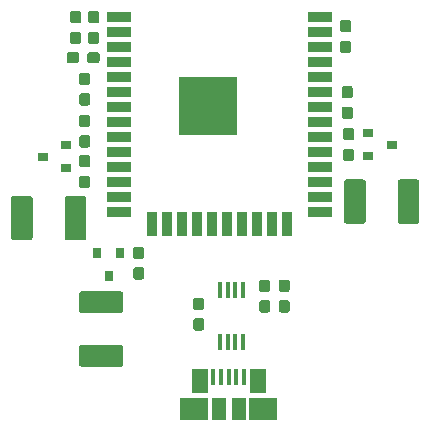
<source format=gbr>
G04 #@! TF.GenerationSoftware,KiCad,Pcbnew,(5.1.5)-3*
G04 #@! TF.CreationDate,2020-08-30T19:55:31+02:00*
G04 #@! TF.ProjectId,Drone_PCB,44726f6e-655f-4504-9342-2e6b69636164,rev?*
G04 #@! TF.SameCoordinates,Original*
G04 #@! TF.FileFunction,Paste,Top*
G04 #@! TF.FilePolarity,Positive*
%FSLAX46Y46*%
G04 Gerber Fmt 4.6, Leading zero omitted, Abs format (unit mm)*
G04 Created by KiCad (PCBNEW (5.1.5)-3) date 2020-08-30 19:55:31*
%MOMM*%
%LPD*%
G04 APERTURE LIST*
%ADD10C,0.100000*%
%ADD11R,1.175000X1.900000*%
%ADD12R,2.375000X1.900000*%
%ADD13R,1.475000X2.100000*%
%ADD14R,0.450000X1.380000*%
%ADD15R,0.900000X0.800000*%
%ADD16R,0.800000X0.900000*%
%ADD17R,0.450000X1.450000*%
%ADD18R,2.000000X0.900000*%
%ADD19R,0.900000X2.000000*%
%ADD20R,5.000000X5.000000*%
G04 APERTURE END LIST*
D10*
G36*
X60577505Y-68280204D02*
G01*
X60601773Y-68283804D01*
X60625572Y-68289765D01*
X60648671Y-68298030D01*
X60670850Y-68308520D01*
X60691893Y-68321132D01*
X60711599Y-68335747D01*
X60729777Y-68352223D01*
X60746253Y-68370401D01*
X60760868Y-68390107D01*
X60773480Y-68411150D01*
X60783970Y-68433329D01*
X60792235Y-68456428D01*
X60798196Y-68480227D01*
X60801796Y-68504495D01*
X60803000Y-68528999D01*
X60803000Y-69879001D01*
X60801796Y-69903505D01*
X60798196Y-69927773D01*
X60792235Y-69951572D01*
X60783970Y-69974671D01*
X60773480Y-69996850D01*
X60760868Y-70017893D01*
X60746253Y-70037599D01*
X60729777Y-70055777D01*
X60711599Y-70072253D01*
X60691893Y-70086868D01*
X60670850Y-70099480D01*
X60648671Y-70109970D01*
X60625572Y-70118235D01*
X60601773Y-70124196D01*
X60577505Y-70127796D01*
X60553001Y-70129000D01*
X57302999Y-70129000D01*
X57278495Y-70127796D01*
X57254227Y-70124196D01*
X57230428Y-70118235D01*
X57207329Y-70109970D01*
X57185150Y-70099480D01*
X57164107Y-70086868D01*
X57144401Y-70072253D01*
X57126223Y-70055777D01*
X57109747Y-70037599D01*
X57095132Y-70017893D01*
X57082520Y-69996850D01*
X57072030Y-69974671D01*
X57063765Y-69951572D01*
X57057804Y-69927773D01*
X57054204Y-69903505D01*
X57053000Y-69879001D01*
X57053000Y-68528999D01*
X57054204Y-68504495D01*
X57057804Y-68480227D01*
X57063765Y-68456428D01*
X57072030Y-68433329D01*
X57082520Y-68411150D01*
X57095132Y-68390107D01*
X57109747Y-68370401D01*
X57126223Y-68352223D01*
X57144401Y-68335747D01*
X57164107Y-68321132D01*
X57185150Y-68308520D01*
X57207329Y-68298030D01*
X57230428Y-68289765D01*
X57254227Y-68283804D01*
X57278495Y-68280204D01*
X57302999Y-68279000D01*
X60553001Y-68279000D01*
X60577505Y-68280204D01*
G37*
G36*
X60577505Y-63730204D02*
G01*
X60601773Y-63733804D01*
X60625572Y-63739765D01*
X60648671Y-63748030D01*
X60670850Y-63758520D01*
X60691893Y-63771132D01*
X60711599Y-63785747D01*
X60729777Y-63802223D01*
X60746253Y-63820401D01*
X60760868Y-63840107D01*
X60773480Y-63861150D01*
X60783970Y-63883329D01*
X60792235Y-63906428D01*
X60798196Y-63930227D01*
X60801796Y-63954495D01*
X60803000Y-63978999D01*
X60803000Y-65329001D01*
X60801796Y-65353505D01*
X60798196Y-65377773D01*
X60792235Y-65401572D01*
X60783970Y-65424671D01*
X60773480Y-65446850D01*
X60760868Y-65467893D01*
X60746253Y-65487599D01*
X60729777Y-65505777D01*
X60711599Y-65522253D01*
X60691893Y-65536868D01*
X60670850Y-65549480D01*
X60648671Y-65559970D01*
X60625572Y-65568235D01*
X60601773Y-65574196D01*
X60577505Y-65577796D01*
X60553001Y-65579000D01*
X57302999Y-65579000D01*
X57278495Y-65577796D01*
X57254227Y-65574196D01*
X57230428Y-65568235D01*
X57207329Y-65559970D01*
X57185150Y-65549480D01*
X57164107Y-65536868D01*
X57144401Y-65522253D01*
X57126223Y-65505777D01*
X57109747Y-65487599D01*
X57095132Y-65467893D01*
X57082520Y-65446850D01*
X57072030Y-65424671D01*
X57063765Y-65401572D01*
X57057804Y-65377773D01*
X57054204Y-65353505D01*
X57053000Y-65329001D01*
X57053000Y-63978999D01*
X57054204Y-63954495D01*
X57057804Y-63930227D01*
X57063765Y-63906428D01*
X57072030Y-63883329D01*
X57082520Y-63861150D01*
X57095132Y-63840107D01*
X57109747Y-63820401D01*
X57126223Y-63802223D01*
X57144401Y-63785747D01*
X57164107Y-63771132D01*
X57185150Y-63758520D01*
X57207329Y-63748030D01*
X57230428Y-63739765D01*
X57254227Y-63733804D01*
X57278495Y-63730204D01*
X57302999Y-63729000D01*
X60553001Y-63729000D01*
X60577505Y-63730204D01*
G37*
D11*
X70574000Y-73660000D03*
X68894000Y-73660000D03*
D12*
X72644000Y-73660000D03*
X66824000Y-73660000D03*
D13*
X72196500Y-71360000D03*
X67271500Y-71360000D03*
D14*
X71034000Y-71000000D03*
X70384000Y-71000000D03*
X69734000Y-71000000D03*
X69084000Y-71000000D03*
X68434000Y-71000000D03*
D10*
G36*
X85651505Y-54260204D02*
G01*
X85675773Y-54263804D01*
X85699572Y-54269765D01*
X85722671Y-54278030D01*
X85744850Y-54288520D01*
X85765893Y-54301132D01*
X85785599Y-54315747D01*
X85803777Y-54332223D01*
X85820253Y-54350401D01*
X85834868Y-54370107D01*
X85847480Y-54391150D01*
X85857970Y-54413329D01*
X85866235Y-54436428D01*
X85872196Y-54460227D01*
X85875796Y-54484495D01*
X85877000Y-54508999D01*
X85877000Y-57759001D01*
X85875796Y-57783505D01*
X85872196Y-57807773D01*
X85866235Y-57831572D01*
X85857970Y-57854671D01*
X85847480Y-57876850D01*
X85834868Y-57897893D01*
X85820253Y-57917599D01*
X85803777Y-57935777D01*
X85785599Y-57952253D01*
X85765893Y-57966868D01*
X85744850Y-57979480D01*
X85722671Y-57989970D01*
X85699572Y-57998235D01*
X85675773Y-58004196D01*
X85651505Y-58007796D01*
X85627001Y-58009000D01*
X84276999Y-58009000D01*
X84252495Y-58007796D01*
X84228227Y-58004196D01*
X84204428Y-57998235D01*
X84181329Y-57989970D01*
X84159150Y-57979480D01*
X84138107Y-57966868D01*
X84118401Y-57952253D01*
X84100223Y-57935777D01*
X84083747Y-57917599D01*
X84069132Y-57897893D01*
X84056520Y-57876850D01*
X84046030Y-57854671D01*
X84037765Y-57831572D01*
X84031804Y-57807773D01*
X84028204Y-57783505D01*
X84027000Y-57759001D01*
X84027000Y-54508999D01*
X84028204Y-54484495D01*
X84031804Y-54460227D01*
X84037765Y-54436428D01*
X84046030Y-54413329D01*
X84056520Y-54391150D01*
X84069132Y-54370107D01*
X84083747Y-54350401D01*
X84100223Y-54332223D01*
X84118401Y-54315747D01*
X84138107Y-54301132D01*
X84159150Y-54288520D01*
X84181329Y-54278030D01*
X84204428Y-54269765D01*
X84228227Y-54263804D01*
X84252495Y-54260204D01*
X84276999Y-54259000D01*
X85627001Y-54259000D01*
X85651505Y-54260204D01*
G37*
G36*
X81101505Y-54260204D02*
G01*
X81125773Y-54263804D01*
X81149572Y-54269765D01*
X81172671Y-54278030D01*
X81194850Y-54288520D01*
X81215893Y-54301132D01*
X81235599Y-54315747D01*
X81253777Y-54332223D01*
X81270253Y-54350401D01*
X81284868Y-54370107D01*
X81297480Y-54391150D01*
X81307970Y-54413329D01*
X81316235Y-54436428D01*
X81322196Y-54460227D01*
X81325796Y-54484495D01*
X81327000Y-54508999D01*
X81327000Y-57759001D01*
X81325796Y-57783505D01*
X81322196Y-57807773D01*
X81316235Y-57831572D01*
X81307970Y-57854671D01*
X81297480Y-57876850D01*
X81284868Y-57897893D01*
X81270253Y-57917599D01*
X81253777Y-57935777D01*
X81235599Y-57952253D01*
X81215893Y-57966868D01*
X81194850Y-57979480D01*
X81172671Y-57989970D01*
X81149572Y-57998235D01*
X81125773Y-58004196D01*
X81101505Y-58007796D01*
X81077001Y-58009000D01*
X79726999Y-58009000D01*
X79702495Y-58007796D01*
X79678227Y-58004196D01*
X79654428Y-57998235D01*
X79631329Y-57989970D01*
X79609150Y-57979480D01*
X79588107Y-57966868D01*
X79568401Y-57952253D01*
X79550223Y-57935777D01*
X79533747Y-57917599D01*
X79519132Y-57897893D01*
X79506520Y-57876850D01*
X79496030Y-57854671D01*
X79487765Y-57831572D01*
X79481804Y-57807773D01*
X79478204Y-57783505D01*
X79477000Y-57759001D01*
X79477000Y-54508999D01*
X79478204Y-54484495D01*
X79481804Y-54460227D01*
X79487765Y-54436428D01*
X79496030Y-54413329D01*
X79506520Y-54391150D01*
X79519132Y-54370107D01*
X79533747Y-54350401D01*
X79550223Y-54332223D01*
X79568401Y-54315747D01*
X79588107Y-54301132D01*
X79609150Y-54288520D01*
X79631329Y-54278030D01*
X79654428Y-54269765D01*
X79678227Y-54263804D01*
X79702495Y-54260204D01*
X79726999Y-54259000D01*
X81077001Y-54259000D01*
X81101505Y-54260204D01*
G37*
G36*
X57457505Y-55657204D02*
G01*
X57481773Y-55660804D01*
X57505572Y-55666765D01*
X57528671Y-55675030D01*
X57550850Y-55685520D01*
X57571893Y-55698132D01*
X57591599Y-55712747D01*
X57609777Y-55729223D01*
X57626253Y-55747401D01*
X57640868Y-55767107D01*
X57653480Y-55788150D01*
X57663970Y-55810329D01*
X57672235Y-55833428D01*
X57678196Y-55857227D01*
X57681796Y-55881495D01*
X57683000Y-55905999D01*
X57683000Y-59156001D01*
X57681796Y-59180505D01*
X57678196Y-59204773D01*
X57672235Y-59228572D01*
X57663970Y-59251671D01*
X57653480Y-59273850D01*
X57640868Y-59294893D01*
X57626253Y-59314599D01*
X57609777Y-59332777D01*
X57591599Y-59349253D01*
X57571893Y-59363868D01*
X57550850Y-59376480D01*
X57528671Y-59386970D01*
X57505572Y-59395235D01*
X57481773Y-59401196D01*
X57457505Y-59404796D01*
X57433001Y-59406000D01*
X56082999Y-59406000D01*
X56058495Y-59404796D01*
X56034227Y-59401196D01*
X56010428Y-59395235D01*
X55987329Y-59386970D01*
X55965150Y-59376480D01*
X55944107Y-59363868D01*
X55924401Y-59349253D01*
X55906223Y-59332777D01*
X55889747Y-59314599D01*
X55875132Y-59294893D01*
X55862520Y-59273850D01*
X55852030Y-59251671D01*
X55843765Y-59228572D01*
X55837804Y-59204773D01*
X55834204Y-59180505D01*
X55833000Y-59156001D01*
X55833000Y-55905999D01*
X55834204Y-55881495D01*
X55837804Y-55857227D01*
X55843765Y-55833428D01*
X55852030Y-55810329D01*
X55862520Y-55788150D01*
X55875132Y-55767107D01*
X55889747Y-55747401D01*
X55906223Y-55729223D01*
X55924401Y-55712747D01*
X55944107Y-55698132D01*
X55965150Y-55685520D01*
X55987329Y-55675030D01*
X56010428Y-55666765D01*
X56034227Y-55660804D01*
X56058495Y-55657204D01*
X56082999Y-55656000D01*
X57433001Y-55656000D01*
X57457505Y-55657204D01*
G37*
G36*
X52907505Y-55657204D02*
G01*
X52931773Y-55660804D01*
X52955572Y-55666765D01*
X52978671Y-55675030D01*
X53000850Y-55685520D01*
X53021893Y-55698132D01*
X53041599Y-55712747D01*
X53059777Y-55729223D01*
X53076253Y-55747401D01*
X53090868Y-55767107D01*
X53103480Y-55788150D01*
X53113970Y-55810329D01*
X53122235Y-55833428D01*
X53128196Y-55857227D01*
X53131796Y-55881495D01*
X53133000Y-55905999D01*
X53133000Y-59156001D01*
X53131796Y-59180505D01*
X53128196Y-59204773D01*
X53122235Y-59228572D01*
X53113970Y-59251671D01*
X53103480Y-59273850D01*
X53090868Y-59294893D01*
X53076253Y-59314599D01*
X53059777Y-59332777D01*
X53041599Y-59349253D01*
X53021893Y-59363868D01*
X53000850Y-59376480D01*
X52978671Y-59386970D01*
X52955572Y-59395235D01*
X52931773Y-59401196D01*
X52907505Y-59404796D01*
X52883001Y-59406000D01*
X51532999Y-59406000D01*
X51508495Y-59404796D01*
X51484227Y-59401196D01*
X51460428Y-59395235D01*
X51437329Y-59386970D01*
X51415150Y-59376480D01*
X51394107Y-59363868D01*
X51374401Y-59349253D01*
X51356223Y-59332777D01*
X51339747Y-59314599D01*
X51325132Y-59294893D01*
X51312520Y-59273850D01*
X51302030Y-59251671D01*
X51293765Y-59228572D01*
X51287804Y-59204773D01*
X51284204Y-59180505D01*
X51283000Y-59156001D01*
X51283000Y-55905999D01*
X51284204Y-55881495D01*
X51287804Y-55857227D01*
X51293765Y-55833428D01*
X51302030Y-55810329D01*
X51312520Y-55788150D01*
X51325132Y-55767107D01*
X51339747Y-55747401D01*
X51356223Y-55729223D01*
X51374401Y-55712747D01*
X51394107Y-55698132D01*
X51415150Y-55685520D01*
X51437329Y-55675030D01*
X51460428Y-55666765D01*
X51484227Y-55660804D01*
X51508495Y-55657204D01*
X51532999Y-55656000D01*
X52883001Y-55656000D01*
X52907505Y-55657204D01*
G37*
D15*
X83550000Y-51308000D03*
X81550000Y-52258000D03*
X81550000Y-50358000D03*
D16*
X59563000Y-62468000D03*
X58613000Y-60468000D03*
X60513000Y-60468000D03*
D15*
X53991000Y-52324000D03*
X55991000Y-51374000D03*
X55991000Y-53274000D03*
D10*
G36*
X80143779Y-51659144D02*
G01*
X80166834Y-51662563D01*
X80189443Y-51668227D01*
X80211387Y-51676079D01*
X80232457Y-51686044D01*
X80252448Y-51698026D01*
X80271168Y-51711910D01*
X80288438Y-51727562D01*
X80304090Y-51744832D01*
X80317974Y-51763552D01*
X80329956Y-51783543D01*
X80339921Y-51804613D01*
X80347773Y-51826557D01*
X80353437Y-51849166D01*
X80356856Y-51872221D01*
X80358000Y-51895500D01*
X80358000Y-52470500D01*
X80356856Y-52493779D01*
X80353437Y-52516834D01*
X80347773Y-52539443D01*
X80339921Y-52561387D01*
X80329956Y-52582457D01*
X80317974Y-52602448D01*
X80304090Y-52621168D01*
X80288438Y-52638438D01*
X80271168Y-52654090D01*
X80252448Y-52667974D01*
X80232457Y-52679956D01*
X80211387Y-52689921D01*
X80189443Y-52697773D01*
X80166834Y-52703437D01*
X80143779Y-52706856D01*
X80120500Y-52708000D01*
X79645500Y-52708000D01*
X79622221Y-52706856D01*
X79599166Y-52703437D01*
X79576557Y-52697773D01*
X79554613Y-52689921D01*
X79533543Y-52679956D01*
X79513552Y-52667974D01*
X79494832Y-52654090D01*
X79477562Y-52638438D01*
X79461910Y-52621168D01*
X79448026Y-52602448D01*
X79436044Y-52582457D01*
X79426079Y-52561387D01*
X79418227Y-52539443D01*
X79412563Y-52516834D01*
X79409144Y-52493779D01*
X79408000Y-52470500D01*
X79408000Y-51895500D01*
X79409144Y-51872221D01*
X79412563Y-51849166D01*
X79418227Y-51826557D01*
X79426079Y-51804613D01*
X79436044Y-51783543D01*
X79448026Y-51763552D01*
X79461910Y-51744832D01*
X79477562Y-51727562D01*
X79494832Y-51711910D01*
X79513552Y-51698026D01*
X79533543Y-51686044D01*
X79554613Y-51676079D01*
X79576557Y-51668227D01*
X79599166Y-51662563D01*
X79622221Y-51659144D01*
X79645500Y-51658000D01*
X80120500Y-51658000D01*
X80143779Y-51659144D01*
G37*
G36*
X80143779Y-49909144D02*
G01*
X80166834Y-49912563D01*
X80189443Y-49918227D01*
X80211387Y-49926079D01*
X80232457Y-49936044D01*
X80252448Y-49948026D01*
X80271168Y-49961910D01*
X80288438Y-49977562D01*
X80304090Y-49994832D01*
X80317974Y-50013552D01*
X80329956Y-50033543D01*
X80339921Y-50054613D01*
X80347773Y-50076557D01*
X80353437Y-50099166D01*
X80356856Y-50122221D01*
X80358000Y-50145500D01*
X80358000Y-50720500D01*
X80356856Y-50743779D01*
X80353437Y-50766834D01*
X80347773Y-50789443D01*
X80339921Y-50811387D01*
X80329956Y-50832457D01*
X80317974Y-50852448D01*
X80304090Y-50871168D01*
X80288438Y-50888438D01*
X80271168Y-50904090D01*
X80252448Y-50917974D01*
X80232457Y-50929956D01*
X80211387Y-50939921D01*
X80189443Y-50947773D01*
X80166834Y-50953437D01*
X80143779Y-50956856D01*
X80120500Y-50958000D01*
X79645500Y-50958000D01*
X79622221Y-50956856D01*
X79599166Y-50953437D01*
X79576557Y-50947773D01*
X79554613Y-50939921D01*
X79533543Y-50929956D01*
X79513552Y-50917974D01*
X79494832Y-50904090D01*
X79477562Y-50888438D01*
X79461910Y-50871168D01*
X79448026Y-50852448D01*
X79436044Y-50832457D01*
X79426079Y-50811387D01*
X79418227Y-50789443D01*
X79412563Y-50766834D01*
X79409144Y-50743779D01*
X79408000Y-50720500D01*
X79408000Y-50145500D01*
X79409144Y-50122221D01*
X79412563Y-50099166D01*
X79418227Y-50076557D01*
X79426079Y-50054613D01*
X79436044Y-50033543D01*
X79448026Y-50013552D01*
X79461910Y-49994832D01*
X79477562Y-49977562D01*
X79494832Y-49961910D01*
X79513552Y-49948026D01*
X79533543Y-49936044D01*
X79554613Y-49926079D01*
X79576557Y-49918227D01*
X79599166Y-49912563D01*
X79622221Y-49909144D01*
X79645500Y-49908000D01*
X80120500Y-49908000D01*
X80143779Y-49909144D01*
G37*
G36*
X62363779Y-61692144D02*
G01*
X62386834Y-61695563D01*
X62409443Y-61701227D01*
X62431387Y-61709079D01*
X62452457Y-61719044D01*
X62472448Y-61731026D01*
X62491168Y-61744910D01*
X62508438Y-61760562D01*
X62524090Y-61777832D01*
X62537974Y-61796552D01*
X62549956Y-61816543D01*
X62559921Y-61837613D01*
X62567773Y-61859557D01*
X62573437Y-61882166D01*
X62576856Y-61905221D01*
X62578000Y-61928500D01*
X62578000Y-62503500D01*
X62576856Y-62526779D01*
X62573437Y-62549834D01*
X62567773Y-62572443D01*
X62559921Y-62594387D01*
X62549956Y-62615457D01*
X62537974Y-62635448D01*
X62524090Y-62654168D01*
X62508438Y-62671438D01*
X62491168Y-62687090D01*
X62472448Y-62700974D01*
X62452457Y-62712956D01*
X62431387Y-62722921D01*
X62409443Y-62730773D01*
X62386834Y-62736437D01*
X62363779Y-62739856D01*
X62340500Y-62741000D01*
X61865500Y-62741000D01*
X61842221Y-62739856D01*
X61819166Y-62736437D01*
X61796557Y-62730773D01*
X61774613Y-62722921D01*
X61753543Y-62712956D01*
X61733552Y-62700974D01*
X61714832Y-62687090D01*
X61697562Y-62671438D01*
X61681910Y-62654168D01*
X61668026Y-62635448D01*
X61656044Y-62615457D01*
X61646079Y-62594387D01*
X61638227Y-62572443D01*
X61632563Y-62549834D01*
X61629144Y-62526779D01*
X61628000Y-62503500D01*
X61628000Y-61928500D01*
X61629144Y-61905221D01*
X61632563Y-61882166D01*
X61638227Y-61859557D01*
X61646079Y-61837613D01*
X61656044Y-61816543D01*
X61668026Y-61796552D01*
X61681910Y-61777832D01*
X61697562Y-61760562D01*
X61714832Y-61744910D01*
X61733552Y-61731026D01*
X61753543Y-61719044D01*
X61774613Y-61709079D01*
X61796557Y-61701227D01*
X61819166Y-61695563D01*
X61842221Y-61692144D01*
X61865500Y-61691000D01*
X62340500Y-61691000D01*
X62363779Y-61692144D01*
G37*
G36*
X62363779Y-59942144D02*
G01*
X62386834Y-59945563D01*
X62409443Y-59951227D01*
X62431387Y-59959079D01*
X62452457Y-59969044D01*
X62472448Y-59981026D01*
X62491168Y-59994910D01*
X62508438Y-60010562D01*
X62524090Y-60027832D01*
X62537974Y-60046552D01*
X62549956Y-60066543D01*
X62559921Y-60087613D01*
X62567773Y-60109557D01*
X62573437Y-60132166D01*
X62576856Y-60155221D01*
X62578000Y-60178500D01*
X62578000Y-60753500D01*
X62576856Y-60776779D01*
X62573437Y-60799834D01*
X62567773Y-60822443D01*
X62559921Y-60844387D01*
X62549956Y-60865457D01*
X62537974Y-60885448D01*
X62524090Y-60904168D01*
X62508438Y-60921438D01*
X62491168Y-60937090D01*
X62472448Y-60950974D01*
X62452457Y-60962956D01*
X62431387Y-60972921D01*
X62409443Y-60980773D01*
X62386834Y-60986437D01*
X62363779Y-60989856D01*
X62340500Y-60991000D01*
X61865500Y-60991000D01*
X61842221Y-60989856D01*
X61819166Y-60986437D01*
X61796557Y-60980773D01*
X61774613Y-60972921D01*
X61753543Y-60962956D01*
X61733552Y-60950974D01*
X61714832Y-60937090D01*
X61697562Y-60921438D01*
X61681910Y-60904168D01*
X61668026Y-60885448D01*
X61656044Y-60865457D01*
X61646079Y-60844387D01*
X61638227Y-60822443D01*
X61632563Y-60799834D01*
X61629144Y-60776779D01*
X61628000Y-60753500D01*
X61628000Y-60178500D01*
X61629144Y-60155221D01*
X61632563Y-60132166D01*
X61638227Y-60109557D01*
X61646079Y-60087613D01*
X61656044Y-60066543D01*
X61668026Y-60046552D01*
X61681910Y-60027832D01*
X61697562Y-60010562D01*
X61714832Y-59994910D01*
X61733552Y-59981026D01*
X61753543Y-59969044D01*
X61774613Y-59959079D01*
X61796557Y-59951227D01*
X61819166Y-59945563D01*
X61842221Y-59942144D01*
X61865500Y-59941000D01*
X62340500Y-59941000D01*
X62363779Y-59942144D01*
G37*
G36*
X57791779Y-52195144D02*
G01*
X57814834Y-52198563D01*
X57837443Y-52204227D01*
X57859387Y-52212079D01*
X57880457Y-52222044D01*
X57900448Y-52234026D01*
X57919168Y-52247910D01*
X57936438Y-52263562D01*
X57952090Y-52280832D01*
X57965974Y-52299552D01*
X57977956Y-52319543D01*
X57987921Y-52340613D01*
X57995773Y-52362557D01*
X58001437Y-52385166D01*
X58004856Y-52408221D01*
X58006000Y-52431500D01*
X58006000Y-53006500D01*
X58004856Y-53029779D01*
X58001437Y-53052834D01*
X57995773Y-53075443D01*
X57987921Y-53097387D01*
X57977956Y-53118457D01*
X57965974Y-53138448D01*
X57952090Y-53157168D01*
X57936438Y-53174438D01*
X57919168Y-53190090D01*
X57900448Y-53203974D01*
X57880457Y-53215956D01*
X57859387Y-53225921D01*
X57837443Y-53233773D01*
X57814834Y-53239437D01*
X57791779Y-53242856D01*
X57768500Y-53244000D01*
X57293500Y-53244000D01*
X57270221Y-53242856D01*
X57247166Y-53239437D01*
X57224557Y-53233773D01*
X57202613Y-53225921D01*
X57181543Y-53215956D01*
X57161552Y-53203974D01*
X57142832Y-53190090D01*
X57125562Y-53174438D01*
X57109910Y-53157168D01*
X57096026Y-53138448D01*
X57084044Y-53118457D01*
X57074079Y-53097387D01*
X57066227Y-53075443D01*
X57060563Y-53052834D01*
X57057144Y-53029779D01*
X57056000Y-53006500D01*
X57056000Y-52431500D01*
X57057144Y-52408221D01*
X57060563Y-52385166D01*
X57066227Y-52362557D01*
X57074079Y-52340613D01*
X57084044Y-52319543D01*
X57096026Y-52299552D01*
X57109910Y-52280832D01*
X57125562Y-52263562D01*
X57142832Y-52247910D01*
X57161552Y-52234026D01*
X57181543Y-52222044D01*
X57202613Y-52212079D01*
X57224557Y-52204227D01*
X57247166Y-52198563D01*
X57270221Y-52195144D01*
X57293500Y-52194000D01*
X57768500Y-52194000D01*
X57791779Y-52195144D01*
G37*
G36*
X57791779Y-53945144D02*
G01*
X57814834Y-53948563D01*
X57837443Y-53954227D01*
X57859387Y-53962079D01*
X57880457Y-53972044D01*
X57900448Y-53984026D01*
X57919168Y-53997910D01*
X57936438Y-54013562D01*
X57952090Y-54030832D01*
X57965974Y-54049552D01*
X57977956Y-54069543D01*
X57987921Y-54090613D01*
X57995773Y-54112557D01*
X58001437Y-54135166D01*
X58004856Y-54158221D01*
X58006000Y-54181500D01*
X58006000Y-54756500D01*
X58004856Y-54779779D01*
X58001437Y-54802834D01*
X57995773Y-54825443D01*
X57987921Y-54847387D01*
X57977956Y-54868457D01*
X57965974Y-54888448D01*
X57952090Y-54907168D01*
X57936438Y-54924438D01*
X57919168Y-54940090D01*
X57900448Y-54953974D01*
X57880457Y-54965956D01*
X57859387Y-54975921D01*
X57837443Y-54983773D01*
X57814834Y-54989437D01*
X57791779Y-54992856D01*
X57768500Y-54994000D01*
X57293500Y-54994000D01*
X57270221Y-54992856D01*
X57247166Y-54989437D01*
X57224557Y-54983773D01*
X57202613Y-54975921D01*
X57181543Y-54965956D01*
X57161552Y-54953974D01*
X57142832Y-54940090D01*
X57125562Y-54924438D01*
X57109910Y-54907168D01*
X57096026Y-54888448D01*
X57084044Y-54868457D01*
X57074079Y-54847387D01*
X57066227Y-54825443D01*
X57060563Y-54802834D01*
X57057144Y-54779779D01*
X57056000Y-54756500D01*
X57056000Y-54181500D01*
X57057144Y-54158221D01*
X57060563Y-54135166D01*
X57066227Y-54112557D01*
X57074079Y-54090613D01*
X57084044Y-54069543D01*
X57096026Y-54049552D01*
X57109910Y-54030832D01*
X57125562Y-54013562D01*
X57142832Y-53997910D01*
X57161552Y-53984026D01*
X57181543Y-53972044D01*
X57202613Y-53962079D01*
X57224557Y-53954227D01*
X57247166Y-53948563D01*
X57270221Y-53945144D01*
X57293500Y-53944000D01*
X57768500Y-53944000D01*
X57791779Y-53945144D01*
G37*
G36*
X80016779Y-48103144D02*
G01*
X80039834Y-48106563D01*
X80062443Y-48112227D01*
X80084387Y-48120079D01*
X80105457Y-48130044D01*
X80125448Y-48142026D01*
X80144168Y-48155910D01*
X80161438Y-48171562D01*
X80177090Y-48188832D01*
X80190974Y-48207552D01*
X80202956Y-48227543D01*
X80212921Y-48248613D01*
X80220773Y-48270557D01*
X80226437Y-48293166D01*
X80229856Y-48316221D01*
X80231000Y-48339500D01*
X80231000Y-48914500D01*
X80229856Y-48937779D01*
X80226437Y-48960834D01*
X80220773Y-48983443D01*
X80212921Y-49005387D01*
X80202956Y-49026457D01*
X80190974Y-49046448D01*
X80177090Y-49065168D01*
X80161438Y-49082438D01*
X80144168Y-49098090D01*
X80125448Y-49111974D01*
X80105457Y-49123956D01*
X80084387Y-49133921D01*
X80062443Y-49141773D01*
X80039834Y-49147437D01*
X80016779Y-49150856D01*
X79993500Y-49152000D01*
X79518500Y-49152000D01*
X79495221Y-49150856D01*
X79472166Y-49147437D01*
X79449557Y-49141773D01*
X79427613Y-49133921D01*
X79406543Y-49123956D01*
X79386552Y-49111974D01*
X79367832Y-49098090D01*
X79350562Y-49082438D01*
X79334910Y-49065168D01*
X79321026Y-49046448D01*
X79309044Y-49026457D01*
X79299079Y-49005387D01*
X79291227Y-48983443D01*
X79285563Y-48960834D01*
X79282144Y-48937779D01*
X79281000Y-48914500D01*
X79281000Y-48339500D01*
X79282144Y-48316221D01*
X79285563Y-48293166D01*
X79291227Y-48270557D01*
X79299079Y-48248613D01*
X79309044Y-48227543D01*
X79321026Y-48207552D01*
X79334910Y-48188832D01*
X79350562Y-48171562D01*
X79367832Y-48155910D01*
X79386552Y-48142026D01*
X79406543Y-48130044D01*
X79427613Y-48120079D01*
X79449557Y-48112227D01*
X79472166Y-48106563D01*
X79495221Y-48103144D01*
X79518500Y-48102000D01*
X79993500Y-48102000D01*
X80016779Y-48103144D01*
G37*
G36*
X80016779Y-46353144D02*
G01*
X80039834Y-46356563D01*
X80062443Y-46362227D01*
X80084387Y-46370079D01*
X80105457Y-46380044D01*
X80125448Y-46392026D01*
X80144168Y-46405910D01*
X80161438Y-46421562D01*
X80177090Y-46438832D01*
X80190974Y-46457552D01*
X80202956Y-46477543D01*
X80212921Y-46498613D01*
X80220773Y-46520557D01*
X80226437Y-46543166D01*
X80229856Y-46566221D01*
X80231000Y-46589500D01*
X80231000Y-47164500D01*
X80229856Y-47187779D01*
X80226437Y-47210834D01*
X80220773Y-47233443D01*
X80212921Y-47255387D01*
X80202956Y-47276457D01*
X80190974Y-47296448D01*
X80177090Y-47315168D01*
X80161438Y-47332438D01*
X80144168Y-47348090D01*
X80125448Y-47361974D01*
X80105457Y-47373956D01*
X80084387Y-47383921D01*
X80062443Y-47391773D01*
X80039834Y-47397437D01*
X80016779Y-47400856D01*
X79993500Y-47402000D01*
X79518500Y-47402000D01*
X79495221Y-47400856D01*
X79472166Y-47397437D01*
X79449557Y-47391773D01*
X79427613Y-47383921D01*
X79406543Y-47373956D01*
X79386552Y-47361974D01*
X79367832Y-47348090D01*
X79350562Y-47332438D01*
X79334910Y-47315168D01*
X79321026Y-47296448D01*
X79309044Y-47276457D01*
X79299079Y-47255387D01*
X79291227Y-47233443D01*
X79285563Y-47210834D01*
X79282144Y-47187779D01*
X79281000Y-47164500D01*
X79281000Y-46589500D01*
X79282144Y-46566221D01*
X79285563Y-46543166D01*
X79291227Y-46520557D01*
X79299079Y-46498613D01*
X79309044Y-46477543D01*
X79321026Y-46457552D01*
X79334910Y-46438832D01*
X79350562Y-46421562D01*
X79367832Y-46405910D01*
X79386552Y-46392026D01*
X79406543Y-46380044D01*
X79427613Y-46370079D01*
X79449557Y-46362227D01*
X79472166Y-46356563D01*
X79495221Y-46353144D01*
X79518500Y-46352000D01*
X79993500Y-46352000D01*
X80016779Y-46353144D01*
G37*
G36*
X79889779Y-42515144D02*
G01*
X79912834Y-42518563D01*
X79935443Y-42524227D01*
X79957387Y-42532079D01*
X79978457Y-42542044D01*
X79998448Y-42554026D01*
X80017168Y-42567910D01*
X80034438Y-42583562D01*
X80050090Y-42600832D01*
X80063974Y-42619552D01*
X80075956Y-42639543D01*
X80085921Y-42660613D01*
X80093773Y-42682557D01*
X80099437Y-42705166D01*
X80102856Y-42728221D01*
X80104000Y-42751500D01*
X80104000Y-43326500D01*
X80102856Y-43349779D01*
X80099437Y-43372834D01*
X80093773Y-43395443D01*
X80085921Y-43417387D01*
X80075956Y-43438457D01*
X80063974Y-43458448D01*
X80050090Y-43477168D01*
X80034438Y-43494438D01*
X80017168Y-43510090D01*
X79998448Y-43523974D01*
X79978457Y-43535956D01*
X79957387Y-43545921D01*
X79935443Y-43553773D01*
X79912834Y-43559437D01*
X79889779Y-43562856D01*
X79866500Y-43564000D01*
X79391500Y-43564000D01*
X79368221Y-43562856D01*
X79345166Y-43559437D01*
X79322557Y-43553773D01*
X79300613Y-43545921D01*
X79279543Y-43535956D01*
X79259552Y-43523974D01*
X79240832Y-43510090D01*
X79223562Y-43494438D01*
X79207910Y-43477168D01*
X79194026Y-43458448D01*
X79182044Y-43438457D01*
X79172079Y-43417387D01*
X79164227Y-43395443D01*
X79158563Y-43372834D01*
X79155144Y-43349779D01*
X79154000Y-43326500D01*
X79154000Y-42751500D01*
X79155144Y-42728221D01*
X79158563Y-42705166D01*
X79164227Y-42682557D01*
X79172079Y-42660613D01*
X79182044Y-42639543D01*
X79194026Y-42619552D01*
X79207910Y-42600832D01*
X79223562Y-42583562D01*
X79240832Y-42567910D01*
X79259552Y-42554026D01*
X79279543Y-42542044D01*
X79300613Y-42532079D01*
X79322557Y-42524227D01*
X79345166Y-42518563D01*
X79368221Y-42515144D01*
X79391500Y-42514000D01*
X79866500Y-42514000D01*
X79889779Y-42515144D01*
G37*
G36*
X79889779Y-40765144D02*
G01*
X79912834Y-40768563D01*
X79935443Y-40774227D01*
X79957387Y-40782079D01*
X79978457Y-40792044D01*
X79998448Y-40804026D01*
X80017168Y-40817910D01*
X80034438Y-40833562D01*
X80050090Y-40850832D01*
X80063974Y-40869552D01*
X80075956Y-40889543D01*
X80085921Y-40910613D01*
X80093773Y-40932557D01*
X80099437Y-40955166D01*
X80102856Y-40978221D01*
X80104000Y-41001500D01*
X80104000Y-41576500D01*
X80102856Y-41599779D01*
X80099437Y-41622834D01*
X80093773Y-41645443D01*
X80085921Y-41667387D01*
X80075956Y-41688457D01*
X80063974Y-41708448D01*
X80050090Y-41727168D01*
X80034438Y-41744438D01*
X80017168Y-41760090D01*
X79998448Y-41773974D01*
X79978457Y-41785956D01*
X79957387Y-41795921D01*
X79935443Y-41803773D01*
X79912834Y-41809437D01*
X79889779Y-41812856D01*
X79866500Y-41814000D01*
X79391500Y-41814000D01*
X79368221Y-41812856D01*
X79345166Y-41809437D01*
X79322557Y-41803773D01*
X79300613Y-41795921D01*
X79279543Y-41785956D01*
X79259552Y-41773974D01*
X79240832Y-41760090D01*
X79223562Y-41744438D01*
X79207910Y-41727168D01*
X79194026Y-41708448D01*
X79182044Y-41688457D01*
X79172079Y-41667387D01*
X79164227Y-41645443D01*
X79158563Y-41622834D01*
X79155144Y-41599779D01*
X79154000Y-41576500D01*
X79154000Y-41001500D01*
X79155144Y-40978221D01*
X79158563Y-40955166D01*
X79164227Y-40932557D01*
X79172079Y-40910613D01*
X79182044Y-40889543D01*
X79194026Y-40869552D01*
X79207910Y-40850832D01*
X79223562Y-40833562D01*
X79240832Y-40817910D01*
X79259552Y-40804026D01*
X79279543Y-40792044D01*
X79300613Y-40782079D01*
X79322557Y-40774227D01*
X79345166Y-40768563D01*
X79368221Y-40765144D01*
X79391500Y-40764000D01*
X79866500Y-40764000D01*
X79889779Y-40765144D01*
G37*
G36*
X58553779Y-40003144D02*
G01*
X58576834Y-40006563D01*
X58599443Y-40012227D01*
X58621387Y-40020079D01*
X58642457Y-40030044D01*
X58662448Y-40042026D01*
X58681168Y-40055910D01*
X58698438Y-40071562D01*
X58714090Y-40088832D01*
X58727974Y-40107552D01*
X58739956Y-40127543D01*
X58749921Y-40148613D01*
X58757773Y-40170557D01*
X58763437Y-40193166D01*
X58766856Y-40216221D01*
X58768000Y-40239500D01*
X58768000Y-40814500D01*
X58766856Y-40837779D01*
X58763437Y-40860834D01*
X58757773Y-40883443D01*
X58749921Y-40905387D01*
X58739956Y-40926457D01*
X58727974Y-40946448D01*
X58714090Y-40965168D01*
X58698438Y-40982438D01*
X58681168Y-40998090D01*
X58662448Y-41011974D01*
X58642457Y-41023956D01*
X58621387Y-41033921D01*
X58599443Y-41041773D01*
X58576834Y-41047437D01*
X58553779Y-41050856D01*
X58530500Y-41052000D01*
X58055500Y-41052000D01*
X58032221Y-41050856D01*
X58009166Y-41047437D01*
X57986557Y-41041773D01*
X57964613Y-41033921D01*
X57943543Y-41023956D01*
X57923552Y-41011974D01*
X57904832Y-40998090D01*
X57887562Y-40982438D01*
X57871910Y-40965168D01*
X57858026Y-40946448D01*
X57846044Y-40926457D01*
X57836079Y-40905387D01*
X57828227Y-40883443D01*
X57822563Y-40860834D01*
X57819144Y-40837779D01*
X57818000Y-40814500D01*
X57818000Y-40239500D01*
X57819144Y-40216221D01*
X57822563Y-40193166D01*
X57828227Y-40170557D01*
X57836079Y-40148613D01*
X57846044Y-40127543D01*
X57858026Y-40107552D01*
X57871910Y-40088832D01*
X57887562Y-40071562D01*
X57904832Y-40055910D01*
X57923552Y-40042026D01*
X57943543Y-40030044D01*
X57964613Y-40020079D01*
X57986557Y-40012227D01*
X58009166Y-40006563D01*
X58032221Y-40003144D01*
X58055500Y-40002000D01*
X58530500Y-40002000D01*
X58553779Y-40003144D01*
G37*
G36*
X58553779Y-41753144D02*
G01*
X58576834Y-41756563D01*
X58599443Y-41762227D01*
X58621387Y-41770079D01*
X58642457Y-41780044D01*
X58662448Y-41792026D01*
X58681168Y-41805910D01*
X58698438Y-41821562D01*
X58714090Y-41838832D01*
X58727974Y-41857552D01*
X58739956Y-41877543D01*
X58749921Y-41898613D01*
X58757773Y-41920557D01*
X58763437Y-41943166D01*
X58766856Y-41966221D01*
X58768000Y-41989500D01*
X58768000Y-42564500D01*
X58766856Y-42587779D01*
X58763437Y-42610834D01*
X58757773Y-42633443D01*
X58749921Y-42655387D01*
X58739956Y-42676457D01*
X58727974Y-42696448D01*
X58714090Y-42715168D01*
X58698438Y-42732438D01*
X58681168Y-42748090D01*
X58662448Y-42761974D01*
X58642457Y-42773956D01*
X58621387Y-42783921D01*
X58599443Y-42791773D01*
X58576834Y-42797437D01*
X58553779Y-42800856D01*
X58530500Y-42802000D01*
X58055500Y-42802000D01*
X58032221Y-42800856D01*
X58009166Y-42797437D01*
X57986557Y-42791773D01*
X57964613Y-42783921D01*
X57943543Y-42773956D01*
X57923552Y-42761974D01*
X57904832Y-42748090D01*
X57887562Y-42732438D01*
X57871910Y-42715168D01*
X57858026Y-42696448D01*
X57846044Y-42676457D01*
X57836079Y-42655387D01*
X57828227Y-42633443D01*
X57822563Y-42610834D01*
X57819144Y-42587779D01*
X57818000Y-42564500D01*
X57818000Y-41989500D01*
X57819144Y-41966221D01*
X57822563Y-41943166D01*
X57828227Y-41920557D01*
X57836079Y-41898613D01*
X57846044Y-41877543D01*
X57858026Y-41857552D01*
X57871910Y-41838832D01*
X57887562Y-41821562D01*
X57904832Y-41805910D01*
X57923552Y-41792026D01*
X57943543Y-41780044D01*
X57964613Y-41770079D01*
X57986557Y-41762227D01*
X58009166Y-41756563D01*
X58032221Y-41753144D01*
X58055500Y-41752000D01*
X58530500Y-41752000D01*
X58553779Y-41753144D01*
G37*
G36*
X57029779Y-40003144D02*
G01*
X57052834Y-40006563D01*
X57075443Y-40012227D01*
X57097387Y-40020079D01*
X57118457Y-40030044D01*
X57138448Y-40042026D01*
X57157168Y-40055910D01*
X57174438Y-40071562D01*
X57190090Y-40088832D01*
X57203974Y-40107552D01*
X57215956Y-40127543D01*
X57225921Y-40148613D01*
X57233773Y-40170557D01*
X57239437Y-40193166D01*
X57242856Y-40216221D01*
X57244000Y-40239500D01*
X57244000Y-40814500D01*
X57242856Y-40837779D01*
X57239437Y-40860834D01*
X57233773Y-40883443D01*
X57225921Y-40905387D01*
X57215956Y-40926457D01*
X57203974Y-40946448D01*
X57190090Y-40965168D01*
X57174438Y-40982438D01*
X57157168Y-40998090D01*
X57138448Y-41011974D01*
X57118457Y-41023956D01*
X57097387Y-41033921D01*
X57075443Y-41041773D01*
X57052834Y-41047437D01*
X57029779Y-41050856D01*
X57006500Y-41052000D01*
X56531500Y-41052000D01*
X56508221Y-41050856D01*
X56485166Y-41047437D01*
X56462557Y-41041773D01*
X56440613Y-41033921D01*
X56419543Y-41023956D01*
X56399552Y-41011974D01*
X56380832Y-40998090D01*
X56363562Y-40982438D01*
X56347910Y-40965168D01*
X56334026Y-40946448D01*
X56322044Y-40926457D01*
X56312079Y-40905387D01*
X56304227Y-40883443D01*
X56298563Y-40860834D01*
X56295144Y-40837779D01*
X56294000Y-40814500D01*
X56294000Y-40239500D01*
X56295144Y-40216221D01*
X56298563Y-40193166D01*
X56304227Y-40170557D01*
X56312079Y-40148613D01*
X56322044Y-40127543D01*
X56334026Y-40107552D01*
X56347910Y-40088832D01*
X56363562Y-40071562D01*
X56380832Y-40055910D01*
X56399552Y-40042026D01*
X56419543Y-40030044D01*
X56440613Y-40020079D01*
X56462557Y-40012227D01*
X56485166Y-40006563D01*
X56508221Y-40003144D01*
X56531500Y-40002000D01*
X57006500Y-40002000D01*
X57029779Y-40003144D01*
G37*
G36*
X57029779Y-41753144D02*
G01*
X57052834Y-41756563D01*
X57075443Y-41762227D01*
X57097387Y-41770079D01*
X57118457Y-41780044D01*
X57138448Y-41792026D01*
X57157168Y-41805910D01*
X57174438Y-41821562D01*
X57190090Y-41838832D01*
X57203974Y-41857552D01*
X57215956Y-41877543D01*
X57225921Y-41898613D01*
X57233773Y-41920557D01*
X57239437Y-41943166D01*
X57242856Y-41966221D01*
X57244000Y-41989500D01*
X57244000Y-42564500D01*
X57242856Y-42587779D01*
X57239437Y-42610834D01*
X57233773Y-42633443D01*
X57225921Y-42655387D01*
X57215956Y-42676457D01*
X57203974Y-42696448D01*
X57190090Y-42715168D01*
X57174438Y-42732438D01*
X57157168Y-42748090D01*
X57138448Y-42761974D01*
X57118457Y-42773956D01*
X57097387Y-42783921D01*
X57075443Y-42791773D01*
X57052834Y-42797437D01*
X57029779Y-42800856D01*
X57006500Y-42802000D01*
X56531500Y-42802000D01*
X56508221Y-42800856D01*
X56485166Y-42797437D01*
X56462557Y-42791773D01*
X56440613Y-42783921D01*
X56419543Y-42773956D01*
X56399552Y-42761974D01*
X56380832Y-42748090D01*
X56363562Y-42732438D01*
X56347910Y-42715168D01*
X56334026Y-42696448D01*
X56322044Y-42676457D01*
X56312079Y-42655387D01*
X56304227Y-42633443D01*
X56298563Y-42610834D01*
X56295144Y-42587779D01*
X56294000Y-42564500D01*
X56294000Y-41989500D01*
X56295144Y-41966221D01*
X56298563Y-41943166D01*
X56304227Y-41920557D01*
X56312079Y-41898613D01*
X56322044Y-41877543D01*
X56334026Y-41857552D01*
X56347910Y-41838832D01*
X56363562Y-41821562D01*
X56380832Y-41805910D01*
X56399552Y-41792026D01*
X56419543Y-41780044D01*
X56440613Y-41770079D01*
X56462557Y-41762227D01*
X56485166Y-41756563D01*
X56508221Y-41753144D01*
X56531500Y-41752000D01*
X57006500Y-41752000D01*
X57029779Y-41753144D01*
G37*
G36*
X74682779Y-62736144D02*
G01*
X74705834Y-62739563D01*
X74728443Y-62745227D01*
X74750387Y-62753079D01*
X74771457Y-62763044D01*
X74791448Y-62775026D01*
X74810168Y-62788910D01*
X74827438Y-62804562D01*
X74843090Y-62821832D01*
X74856974Y-62840552D01*
X74868956Y-62860543D01*
X74878921Y-62881613D01*
X74886773Y-62903557D01*
X74892437Y-62926166D01*
X74895856Y-62949221D01*
X74897000Y-62972500D01*
X74897000Y-63547500D01*
X74895856Y-63570779D01*
X74892437Y-63593834D01*
X74886773Y-63616443D01*
X74878921Y-63638387D01*
X74868956Y-63659457D01*
X74856974Y-63679448D01*
X74843090Y-63698168D01*
X74827438Y-63715438D01*
X74810168Y-63731090D01*
X74791448Y-63744974D01*
X74771457Y-63756956D01*
X74750387Y-63766921D01*
X74728443Y-63774773D01*
X74705834Y-63780437D01*
X74682779Y-63783856D01*
X74659500Y-63785000D01*
X74184500Y-63785000D01*
X74161221Y-63783856D01*
X74138166Y-63780437D01*
X74115557Y-63774773D01*
X74093613Y-63766921D01*
X74072543Y-63756956D01*
X74052552Y-63744974D01*
X74033832Y-63731090D01*
X74016562Y-63715438D01*
X74000910Y-63698168D01*
X73987026Y-63679448D01*
X73975044Y-63659457D01*
X73965079Y-63638387D01*
X73957227Y-63616443D01*
X73951563Y-63593834D01*
X73948144Y-63570779D01*
X73947000Y-63547500D01*
X73947000Y-62972500D01*
X73948144Y-62949221D01*
X73951563Y-62926166D01*
X73957227Y-62903557D01*
X73965079Y-62881613D01*
X73975044Y-62860543D01*
X73987026Y-62840552D01*
X74000910Y-62821832D01*
X74016562Y-62804562D01*
X74033832Y-62788910D01*
X74052552Y-62775026D01*
X74072543Y-62763044D01*
X74093613Y-62753079D01*
X74115557Y-62745227D01*
X74138166Y-62739563D01*
X74161221Y-62736144D01*
X74184500Y-62735000D01*
X74659500Y-62735000D01*
X74682779Y-62736144D01*
G37*
G36*
X74682779Y-64486144D02*
G01*
X74705834Y-64489563D01*
X74728443Y-64495227D01*
X74750387Y-64503079D01*
X74771457Y-64513044D01*
X74791448Y-64525026D01*
X74810168Y-64538910D01*
X74827438Y-64554562D01*
X74843090Y-64571832D01*
X74856974Y-64590552D01*
X74868956Y-64610543D01*
X74878921Y-64631613D01*
X74886773Y-64653557D01*
X74892437Y-64676166D01*
X74895856Y-64699221D01*
X74897000Y-64722500D01*
X74897000Y-65297500D01*
X74895856Y-65320779D01*
X74892437Y-65343834D01*
X74886773Y-65366443D01*
X74878921Y-65388387D01*
X74868956Y-65409457D01*
X74856974Y-65429448D01*
X74843090Y-65448168D01*
X74827438Y-65465438D01*
X74810168Y-65481090D01*
X74791448Y-65494974D01*
X74771457Y-65506956D01*
X74750387Y-65516921D01*
X74728443Y-65524773D01*
X74705834Y-65530437D01*
X74682779Y-65533856D01*
X74659500Y-65535000D01*
X74184500Y-65535000D01*
X74161221Y-65533856D01*
X74138166Y-65530437D01*
X74115557Y-65524773D01*
X74093613Y-65516921D01*
X74072543Y-65506956D01*
X74052552Y-65494974D01*
X74033832Y-65481090D01*
X74016562Y-65465438D01*
X74000910Y-65448168D01*
X73987026Y-65429448D01*
X73975044Y-65409457D01*
X73965079Y-65388387D01*
X73957227Y-65366443D01*
X73951563Y-65343834D01*
X73948144Y-65320779D01*
X73947000Y-65297500D01*
X73947000Y-64722500D01*
X73948144Y-64699221D01*
X73951563Y-64676166D01*
X73957227Y-64653557D01*
X73965079Y-64631613D01*
X73975044Y-64610543D01*
X73987026Y-64590552D01*
X74000910Y-64571832D01*
X74016562Y-64554562D01*
X74033832Y-64538910D01*
X74052552Y-64525026D01*
X74072543Y-64513044D01*
X74093613Y-64503079D01*
X74115557Y-64495227D01*
X74138166Y-64489563D01*
X74161221Y-64486144D01*
X74184500Y-64485000D01*
X74659500Y-64485000D01*
X74682779Y-64486144D01*
G37*
G36*
X67443779Y-64260144D02*
G01*
X67466834Y-64263563D01*
X67489443Y-64269227D01*
X67511387Y-64277079D01*
X67532457Y-64287044D01*
X67552448Y-64299026D01*
X67571168Y-64312910D01*
X67588438Y-64328562D01*
X67604090Y-64345832D01*
X67617974Y-64364552D01*
X67629956Y-64384543D01*
X67639921Y-64405613D01*
X67647773Y-64427557D01*
X67653437Y-64450166D01*
X67656856Y-64473221D01*
X67658000Y-64496500D01*
X67658000Y-65071500D01*
X67656856Y-65094779D01*
X67653437Y-65117834D01*
X67647773Y-65140443D01*
X67639921Y-65162387D01*
X67629956Y-65183457D01*
X67617974Y-65203448D01*
X67604090Y-65222168D01*
X67588438Y-65239438D01*
X67571168Y-65255090D01*
X67552448Y-65268974D01*
X67532457Y-65280956D01*
X67511387Y-65290921D01*
X67489443Y-65298773D01*
X67466834Y-65304437D01*
X67443779Y-65307856D01*
X67420500Y-65309000D01*
X66945500Y-65309000D01*
X66922221Y-65307856D01*
X66899166Y-65304437D01*
X66876557Y-65298773D01*
X66854613Y-65290921D01*
X66833543Y-65280956D01*
X66813552Y-65268974D01*
X66794832Y-65255090D01*
X66777562Y-65239438D01*
X66761910Y-65222168D01*
X66748026Y-65203448D01*
X66736044Y-65183457D01*
X66726079Y-65162387D01*
X66718227Y-65140443D01*
X66712563Y-65117834D01*
X66709144Y-65094779D01*
X66708000Y-65071500D01*
X66708000Y-64496500D01*
X66709144Y-64473221D01*
X66712563Y-64450166D01*
X66718227Y-64427557D01*
X66726079Y-64405613D01*
X66736044Y-64384543D01*
X66748026Y-64364552D01*
X66761910Y-64345832D01*
X66777562Y-64328562D01*
X66794832Y-64312910D01*
X66813552Y-64299026D01*
X66833543Y-64287044D01*
X66854613Y-64277079D01*
X66876557Y-64269227D01*
X66899166Y-64263563D01*
X66922221Y-64260144D01*
X66945500Y-64259000D01*
X67420500Y-64259000D01*
X67443779Y-64260144D01*
G37*
G36*
X67443779Y-66010144D02*
G01*
X67466834Y-66013563D01*
X67489443Y-66019227D01*
X67511387Y-66027079D01*
X67532457Y-66037044D01*
X67552448Y-66049026D01*
X67571168Y-66062910D01*
X67588438Y-66078562D01*
X67604090Y-66095832D01*
X67617974Y-66114552D01*
X67629956Y-66134543D01*
X67639921Y-66155613D01*
X67647773Y-66177557D01*
X67653437Y-66200166D01*
X67656856Y-66223221D01*
X67658000Y-66246500D01*
X67658000Y-66821500D01*
X67656856Y-66844779D01*
X67653437Y-66867834D01*
X67647773Y-66890443D01*
X67639921Y-66912387D01*
X67629956Y-66933457D01*
X67617974Y-66953448D01*
X67604090Y-66972168D01*
X67588438Y-66989438D01*
X67571168Y-67005090D01*
X67552448Y-67018974D01*
X67532457Y-67030956D01*
X67511387Y-67040921D01*
X67489443Y-67048773D01*
X67466834Y-67054437D01*
X67443779Y-67057856D01*
X67420500Y-67059000D01*
X66945500Y-67059000D01*
X66922221Y-67057856D01*
X66899166Y-67054437D01*
X66876557Y-67048773D01*
X66854613Y-67040921D01*
X66833543Y-67030956D01*
X66813552Y-67018974D01*
X66794832Y-67005090D01*
X66777562Y-66989438D01*
X66761910Y-66972168D01*
X66748026Y-66953448D01*
X66736044Y-66933457D01*
X66726079Y-66912387D01*
X66718227Y-66890443D01*
X66712563Y-66867834D01*
X66709144Y-66844779D01*
X66708000Y-66821500D01*
X66708000Y-66246500D01*
X66709144Y-66223221D01*
X66712563Y-66200166D01*
X66718227Y-66177557D01*
X66726079Y-66155613D01*
X66736044Y-66134543D01*
X66748026Y-66114552D01*
X66761910Y-66095832D01*
X66777562Y-66078562D01*
X66794832Y-66062910D01*
X66813552Y-66049026D01*
X66833543Y-66037044D01*
X66854613Y-66027079D01*
X66876557Y-66019227D01*
X66899166Y-66013563D01*
X66922221Y-66010144D01*
X66945500Y-66009000D01*
X67420500Y-66009000D01*
X67443779Y-66010144D01*
G37*
G36*
X73031779Y-62736144D02*
G01*
X73054834Y-62739563D01*
X73077443Y-62745227D01*
X73099387Y-62753079D01*
X73120457Y-62763044D01*
X73140448Y-62775026D01*
X73159168Y-62788910D01*
X73176438Y-62804562D01*
X73192090Y-62821832D01*
X73205974Y-62840552D01*
X73217956Y-62860543D01*
X73227921Y-62881613D01*
X73235773Y-62903557D01*
X73241437Y-62926166D01*
X73244856Y-62949221D01*
X73246000Y-62972500D01*
X73246000Y-63547500D01*
X73244856Y-63570779D01*
X73241437Y-63593834D01*
X73235773Y-63616443D01*
X73227921Y-63638387D01*
X73217956Y-63659457D01*
X73205974Y-63679448D01*
X73192090Y-63698168D01*
X73176438Y-63715438D01*
X73159168Y-63731090D01*
X73140448Y-63744974D01*
X73120457Y-63756956D01*
X73099387Y-63766921D01*
X73077443Y-63774773D01*
X73054834Y-63780437D01*
X73031779Y-63783856D01*
X73008500Y-63785000D01*
X72533500Y-63785000D01*
X72510221Y-63783856D01*
X72487166Y-63780437D01*
X72464557Y-63774773D01*
X72442613Y-63766921D01*
X72421543Y-63756956D01*
X72401552Y-63744974D01*
X72382832Y-63731090D01*
X72365562Y-63715438D01*
X72349910Y-63698168D01*
X72336026Y-63679448D01*
X72324044Y-63659457D01*
X72314079Y-63638387D01*
X72306227Y-63616443D01*
X72300563Y-63593834D01*
X72297144Y-63570779D01*
X72296000Y-63547500D01*
X72296000Y-62972500D01*
X72297144Y-62949221D01*
X72300563Y-62926166D01*
X72306227Y-62903557D01*
X72314079Y-62881613D01*
X72324044Y-62860543D01*
X72336026Y-62840552D01*
X72349910Y-62821832D01*
X72365562Y-62804562D01*
X72382832Y-62788910D01*
X72401552Y-62775026D01*
X72421543Y-62763044D01*
X72442613Y-62753079D01*
X72464557Y-62745227D01*
X72487166Y-62739563D01*
X72510221Y-62736144D01*
X72533500Y-62735000D01*
X73008500Y-62735000D01*
X73031779Y-62736144D01*
G37*
G36*
X73031779Y-64486144D02*
G01*
X73054834Y-64489563D01*
X73077443Y-64495227D01*
X73099387Y-64503079D01*
X73120457Y-64513044D01*
X73140448Y-64525026D01*
X73159168Y-64538910D01*
X73176438Y-64554562D01*
X73192090Y-64571832D01*
X73205974Y-64590552D01*
X73217956Y-64610543D01*
X73227921Y-64631613D01*
X73235773Y-64653557D01*
X73241437Y-64676166D01*
X73244856Y-64699221D01*
X73246000Y-64722500D01*
X73246000Y-65297500D01*
X73244856Y-65320779D01*
X73241437Y-65343834D01*
X73235773Y-65366443D01*
X73227921Y-65388387D01*
X73217956Y-65409457D01*
X73205974Y-65429448D01*
X73192090Y-65448168D01*
X73176438Y-65465438D01*
X73159168Y-65481090D01*
X73140448Y-65494974D01*
X73120457Y-65506956D01*
X73099387Y-65516921D01*
X73077443Y-65524773D01*
X73054834Y-65530437D01*
X73031779Y-65533856D01*
X73008500Y-65535000D01*
X72533500Y-65535000D01*
X72510221Y-65533856D01*
X72487166Y-65530437D01*
X72464557Y-65524773D01*
X72442613Y-65516921D01*
X72421543Y-65506956D01*
X72401552Y-65494974D01*
X72382832Y-65481090D01*
X72365562Y-65465438D01*
X72349910Y-65448168D01*
X72336026Y-65429448D01*
X72324044Y-65409457D01*
X72314079Y-65388387D01*
X72306227Y-65366443D01*
X72300563Y-65343834D01*
X72297144Y-65320779D01*
X72296000Y-65297500D01*
X72296000Y-64722500D01*
X72297144Y-64699221D01*
X72300563Y-64676166D01*
X72306227Y-64653557D01*
X72314079Y-64631613D01*
X72324044Y-64610543D01*
X72336026Y-64590552D01*
X72349910Y-64571832D01*
X72365562Y-64554562D01*
X72382832Y-64538910D01*
X72401552Y-64525026D01*
X72421543Y-64513044D01*
X72442613Y-64503079D01*
X72464557Y-64495227D01*
X72487166Y-64489563D01*
X72510221Y-64486144D01*
X72533500Y-64485000D01*
X73008500Y-64485000D01*
X73031779Y-64486144D01*
G37*
D17*
X69002000Y-63586000D03*
X69652000Y-63586000D03*
X70302000Y-63586000D03*
X70952000Y-63586000D03*
X70952000Y-67986000D03*
X70302000Y-67986000D03*
X69652000Y-67986000D03*
X69002000Y-67986000D03*
D18*
X77445000Y-40506000D03*
X77445000Y-41776000D03*
X77445000Y-43046000D03*
X77445000Y-44316000D03*
X77445000Y-45586000D03*
X77445000Y-46856000D03*
X77445000Y-48126000D03*
X77445000Y-49396000D03*
X77445000Y-50666000D03*
X77445000Y-51936000D03*
X77445000Y-53206000D03*
X77445000Y-54476000D03*
X77445000Y-55746000D03*
X77445000Y-57016000D03*
D19*
X74660000Y-58016000D03*
X73390000Y-58016000D03*
X72120000Y-58016000D03*
X70850000Y-58016000D03*
X69580000Y-58016000D03*
X68310000Y-58016000D03*
X67040000Y-58016000D03*
X65770000Y-58016000D03*
X64500000Y-58016000D03*
X63230000Y-58016000D03*
D18*
X60445000Y-57016000D03*
X60445000Y-55746000D03*
X60445000Y-54476000D03*
X60445000Y-53206000D03*
X60445000Y-51936000D03*
X60445000Y-50666000D03*
X60445000Y-49396000D03*
X60445000Y-48126000D03*
X60445000Y-46856000D03*
X60445000Y-45586000D03*
X60445000Y-44316000D03*
X60445000Y-43046000D03*
X60445000Y-41776000D03*
X60445000Y-40506000D03*
D20*
X67945000Y-48006000D03*
D10*
G36*
X57791779Y-50516144D02*
G01*
X57814834Y-50519563D01*
X57837443Y-50525227D01*
X57859387Y-50533079D01*
X57880457Y-50543044D01*
X57900448Y-50555026D01*
X57919168Y-50568910D01*
X57936438Y-50584562D01*
X57952090Y-50601832D01*
X57965974Y-50620552D01*
X57977956Y-50640543D01*
X57987921Y-50661613D01*
X57995773Y-50683557D01*
X58001437Y-50706166D01*
X58004856Y-50729221D01*
X58006000Y-50752500D01*
X58006000Y-51327500D01*
X58004856Y-51350779D01*
X58001437Y-51373834D01*
X57995773Y-51396443D01*
X57987921Y-51418387D01*
X57977956Y-51439457D01*
X57965974Y-51459448D01*
X57952090Y-51478168D01*
X57936438Y-51495438D01*
X57919168Y-51511090D01*
X57900448Y-51524974D01*
X57880457Y-51536956D01*
X57859387Y-51546921D01*
X57837443Y-51554773D01*
X57814834Y-51560437D01*
X57791779Y-51563856D01*
X57768500Y-51565000D01*
X57293500Y-51565000D01*
X57270221Y-51563856D01*
X57247166Y-51560437D01*
X57224557Y-51554773D01*
X57202613Y-51546921D01*
X57181543Y-51536956D01*
X57161552Y-51524974D01*
X57142832Y-51511090D01*
X57125562Y-51495438D01*
X57109910Y-51478168D01*
X57096026Y-51459448D01*
X57084044Y-51439457D01*
X57074079Y-51418387D01*
X57066227Y-51396443D01*
X57060563Y-51373834D01*
X57057144Y-51350779D01*
X57056000Y-51327500D01*
X57056000Y-50752500D01*
X57057144Y-50729221D01*
X57060563Y-50706166D01*
X57066227Y-50683557D01*
X57074079Y-50661613D01*
X57084044Y-50640543D01*
X57096026Y-50620552D01*
X57109910Y-50601832D01*
X57125562Y-50584562D01*
X57142832Y-50568910D01*
X57161552Y-50555026D01*
X57181543Y-50543044D01*
X57202613Y-50533079D01*
X57224557Y-50525227D01*
X57247166Y-50519563D01*
X57270221Y-50516144D01*
X57293500Y-50515000D01*
X57768500Y-50515000D01*
X57791779Y-50516144D01*
G37*
G36*
X57791779Y-48766144D02*
G01*
X57814834Y-48769563D01*
X57837443Y-48775227D01*
X57859387Y-48783079D01*
X57880457Y-48793044D01*
X57900448Y-48805026D01*
X57919168Y-48818910D01*
X57936438Y-48834562D01*
X57952090Y-48851832D01*
X57965974Y-48870552D01*
X57977956Y-48890543D01*
X57987921Y-48911613D01*
X57995773Y-48933557D01*
X58001437Y-48956166D01*
X58004856Y-48979221D01*
X58006000Y-49002500D01*
X58006000Y-49577500D01*
X58004856Y-49600779D01*
X58001437Y-49623834D01*
X57995773Y-49646443D01*
X57987921Y-49668387D01*
X57977956Y-49689457D01*
X57965974Y-49709448D01*
X57952090Y-49728168D01*
X57936438Y-49745438D01*
X57919168Y-49761090D01*
X57900448Y-49774974D01*
X57880457Y-49786956D01*
X57859387Y-49796921D01*
X57837443Y-49804773D01*
X57814834Y-49810437D01*
X57791779Y-49813856D01*
X57768500Y-49815000D01*
X57293500Y-49815000D01*
X57270221Y-49813856D01*
X57247166Y-49810437D01*
X57224557Y-49804773D01*
X57202613Y-49796921D01*
X57181543Y-49786956D01*
X57161552Y-49774974D01*
X57142832Y-49761090D01*
X57125562Y-49745438D01*
X57109910Y-49728168D01*
X57096026Y-49709448D01*
X57084044Y-49689457D01*
X57074079Y-49668387D01*
X57066227Y-49646443D01*
X57060563Y-49623834D01*
X57057144Y-49600779D01*
X57056000Y-49577500D01*
X57056000Y-49002500D01*
X57057144Y-48979221D01*
X57060563Y-48956166D01*
X57066227Y-48933557D01*
X57074079Y-48911613D01*
X57084044Y-48890543D01*
X57096026Y-48870552D01*
X57109910Y-48851832D01*
X57125562Y-48834562D01*
X57142832Y-48818910D01*
X57161552Y-48805026D01*
X57181543Y-48793044D01*
X57202613Y-48783079D01*
X57224557Y-48775227D01*
X57247166Y-48769563D01*
X57270221Y-48766144D01*
X57293500Y-48765000D01*
X57768500Y-48765000D01*
X57791779Y-48766144D01*
G37*
G36*
X57791779Y-46960144D02*
G01*
X57814834Y-46963563D01*
X57837443Y-46969227D01*
X57859387Y-46977079D01*
X57880457Y-46987044D01*
X57900448Y-46999026D01*
X57919168Y-47012910D01*
X57936438Y-47028562D01*
X57952090Y-47045832D01*
X57965974Y-47064552D01*
X57977956Y-47084543D01*
X57987921Y-47105613D01*
X57995773Y-47127557D01*
X58001437Y-47150166D01*
X58004856Y-47173221D01*
X58006000Y-47196500D01*
X58006000Y-47771500D01*
X58004856Y-47794779D01*
X58001437Y-47817834D01*
X57995773Y-47840443D01*
X57987921Y-47862387D01*
X57977956Y-47883457D01*
X57965974Y-47903448D01*
X57952090Y-47922168D01*
X57936438Y-47939438D01*
X57919168Y-47955090D01*
X57900448Y-47968974D01*
X57880457Y-47980956D01*
X57859387Y-47990921D01*
X57837443Y-47998773D01*
X57814834Y-48004437D01*
X57791779Y-48007856D01*
X57768500Y-48009000D01*
X57293500Y-48009000D01*
X57270221Y-48007856D01*
X57247166Y-48004437D01*
X57224557Y-47998773D01*
X57202613Y-47990921D01*
X57181543Y-47980956D01*
X57161552Y-47968974D01*
X57142832Y-47955090D01*
X57125562Y-47939438D01*
X57109910Y-47922168D01*
X57096026Y-47903448D01*
X57084044Y-47883457D01*
X57074079Y-47862387D01*
X57066227Y-47840443D01*
X57060563Y-47817834D01*
X57057144Y-47794779D01*
X57056000Y-47771500D01*
X57056000Y-47196500D01*
X57057144Y-47173221D01*
X57060563Y-47150166D01*
X57066227Y-47127557D01*
X57074079Y-47105613D01*
X57084044Y-47084543D01*
X57096026Y-47064552D01*
X57109910Y-47045832D01*
X57125562Y-47028562D01*
X57142832Y-47012910D01*
X57161552Y-46999026D01*
X57181543Y-46987044D01*
X57202613Y-46977079D01*
X57224557Y-46969227D01*
X57247166Y-46963563D01*
X57270221Y-46960144D01*
X57293500Y-46959000D01*
X57768500Y-46959000D01*
X57791779Y-46960144D01*
G37*
G36*
X57791779Y-45210144D02*
G01*
X57814834Y-45213563D01*
X57837443Y-45219227D01*
X57859387Y-45227079D01*
X57880457Y-45237044D01*
X57900448Y-45249026D01*
X57919168Y-45262910D01*
X57936438Y-45278562D01*
X57952090Y-45295832D01*
X57965974Y-45314552D01*
X57977956Y-45334543D01*
X57987921Y-45355613D01*
X57995773Y-45377557D01*
X58001437Y-45400166D01*
X58004856Y-45423221D01*
X58006000Y-45446500D01*
X58006000Y-46021500D01*
X58004856Y-46044779D01*
X58001437Y-46067834D01*
X57995773Y-46090443D01*
X57987921Y-46112387D01*
X57977956Y-46133457D01*
X57965974Y-46153448D01*
X57952090Y-46172168D01*
X57936438Y-46189438D01*
X57919168Y-46205090D01*
X57900448Y-46218974D01*
X57880457Y-46230956D01*
X57859387Y-46240921D01*
X57837443Y-46248773D01*
X57814834Y-46254437D01*
X57791779Y-46257856D01*
X57768500Y-46259000D01*
X57293500Y-46259000D01*
X57270221Y-46257856D01*
X57247166Y-46254437D01*
X57224557Y-46248773D01*
X57202613Y-46240921D01*
X57181543Y-46230956D01*
X57161552Y-46218974D01*
X57142832Y-46205090D01*
X57125562Y-46189438D01*
X57109910Y-46172168D01*
X57096026Y-46153448D01*
X57084044Y-46133457D01*
X57074079Y-46112387D01*
X57066227Y-46090443D01*
X57060563Y-46067834D01*
X57057144Y-46044779D01*
X57056000Y-46021500D01*
X57056000Y-45446500D01*
X57057144Y-45423221D01*
X57060563Y-45400166D01*
X57066227Y-45377557D01*
X57074079Y-45355613D01*
X57084044Y-45334543D01*
X57096026Y-45314552D01*
X57109910Y-45295832D01*
X57125562Y-45278562D01*
X57142832Y-45262910D01*
X57161552Y-45249026D01*
X57181543Y-45237044D01*
X57202613Y-45227079D01*
X57224557Y-45219227D01*
X57247166Y-45213563D01*
X57270221Y-45210144D01*
X57293500Y-45209000D01*
X57768500Y-45209000D01*
X57791779Y-45210144D01*
G37*
G36*
X58589779Y-43468144D02*
G01*
X58612834Y-43471563D01*
X58635443Y-43477227D01*
X58657387Y-43485079D01*
X58678457Y-43495044D01*
X58698448Y-43507026D01*
X58717168Y-43520910D01*
X58734438Y-43536562D01*
X58750090Y-43553832D01*
X58763974Y-43572552D01*
X58775956Y-43592543D01*
X58785921Y-43613613D01*
X58793773Y-43635557D01*
X58799437Y-43658166D01*
X58802856Y-43681221D01*
X58804000Y-43704500D01*
X58804000Y-44179500D01*
X58802856Y-44202779D01*
X58799437Y-44225834D01*
X58793773Y-44248443D01*
X58785921Y-44270387D01*
X58775956Y-44291457D01*
X58763974Y-44311448D01*
X58750090Y-44330168D01*
X58734438Y-44347438D01*
X58717168Y-44363090D01*
X58698448Y-44376974D01*
X58678457Y-44388956D01*
X58657387Y-44398921D01*
X58635443Y-44406773D01*
X58612834Y-44412437D01*
X58589779Y-44415856D01*
X58566500Y-44417000D01*
X57991500Y-44417000D01*
X57968221Y-44415856D01*
X57945166Y-44412437D01*
X57922557Y-44406773D01*
X57900613Y-44398921D01*
X57879543Y-44388956D01*
X57859552Y-44376974D01*
X57840832Y-44363090D01*
X57823562Y-44347438D01*
X57807910Y-44330168D01*
X57794026Y-44311448D01*
X57782044Y-44291457D01*
X57772079Y-44270387D01*
X57764227Y-44248443D01*
X57758563Y-44225834D01*
X57755144Y-44202779D01*
X57754000Y-44179500D01*
X57754000Y-43704500D01*
X57755144Y-43681221D01*
X57758563Y-43658166D01*
X57764227Y-43635557D01*
X57772079Y-43613613D01*
X57782044Y-43592543D01*
X57794026Y-43572552D01*
X57807910Y-43553832D01*
X57823562Y-43536562D01*
X57840832Y-43520910D01*
X57859552Y-43507026D01*
X57879543Y-43495044D01*
X57900613Y-43485079D01*
X57922557Y-43477227D01*
X57945166Y-43471563D01*
X57968221Y-43468144D01*
X57991500Y-43467000D01*
X58566500Y-43467000D01*
X58589779Y-43468144D01*
G37*
G36*
X56839779Y-43468144D02*
G01*
X56862834Y-43471563D01*
X56885443Y-43477227D01*
X56907387Y-43485079D01*
X56928457Y-43495044D01*
X56948448Y-43507026D01*
X56967168Y-43520910D01*
X56984438Y-43536562D01*
X57000090Y-43553832D01*
X57013974Y-43572552D01*
X57025956Y-43592543D01*
X57035921Y-43613613D01*
X57043773Y-43635557D01*
X57049437Y-43658166D01*
X57052856Y-43681221D01*
X57054000Y-43704500D01*
X57054000Y-44179500D01*
X57052856Y-44202779D01*
X57049437Y-44225834D01*
X57043773Y-44248443D01*
X57035921Y-44270387D01*
X57025956Y-44291457D01*
X57013974Y-44311448D01*
X57000090Y-44330168D01*
X56984438Y-44347438D01*
X56967168Y-44363090D01*
X56948448Y-44376974D01*
X56928457Y-44388956D01*
X56907387Y-44398921D01*
X56885443Y-44406773D01*
X56862834Y-44412437D01*
X56839779Y-44415856D01*
X56816500Y-44417000D01*
X56241500Y-44417000D01*
X56218221Y-44415856D01*
X56195166Y-44412437D01*
X56172557Y-44406773D01*
X56150613Y-44398921D01*
X56129543Y-44388956D01*
X56109552Y-44376974D01*
X56090832Y-44363090D01*
X56073562Y-44347438D01*
X56057910Y-44330168D01*
X56044026Y-44311448D01*
X56032044Y-44291457D01*
X56022079Y-44270387D01*
X56014227Y-44248443D01*
X56008563Y-44225834D01*
X56005144Y-44202779D01*
X56004000Y-44179500D01*
X56004000Y-43704500D01*
X56005144Y-43681221D01*
X56008563Y-43658166D01*
X56014227Y-43635557D01*
X56022079Y-43613613D01*
X56032044Y-43592543D01*
X56044026Y-43572552D01*
X56057910Y-43553832D01*
X56073562Y-43536562D01*
X56090832Y-43520910D01*
X56109552Y-43507026D01*
X56129543Y-43495044D01*
X56150613Y-43485079D01*
X56172557Y-43477227D01*
X56195166Y-43471563D01*
X56218221Y-43468144D01*
X56241500Y-43467000D01*
X56816500Y-43467000D01*
X56839779Y-43468144D01*
G37*
M02*

</source>
